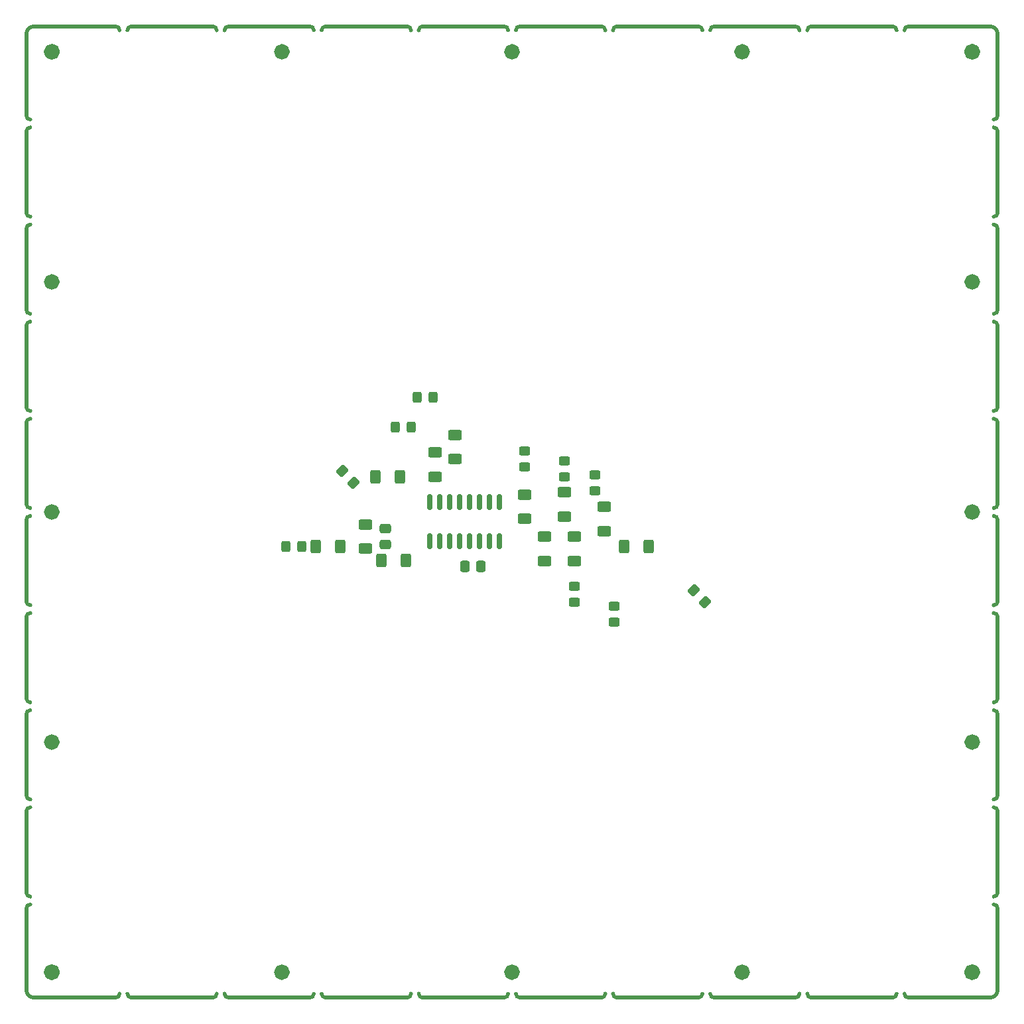
<source format=gtp>
G04 #@! TF.GenerationSoftware,KiCad,Pcbnew,8.0.6+1*
G04 #@! TF.CreationDate,2024-12-11T00:24:30+00:00*
G04 #@! TF.ProjectId,stencil,7374656e-6369-46c2-9e6b-696361645f70,rev?*
G04 #@! TF.SameCoordinates,Original*
G04 #@! TF.FileFunction,Paste,Top*
G04 #@! TF.FilePolarity,Positive*
%FSLAX46Y46*%
G04 Gerber Fmt 4.6, Leading zero omitted, Abs format (unit mm)*
G04 Created by KiCad (PCBNEW 8.0.6+1) date 2024-12-11 00:24:30*
%MOMM*%
%LPD*%
G01*
G04 APERTURE LIST*
G04 Aperture macros list*
%AMRoundRect*
0 Rectangle with rounded corners*
0 $1 Rounding radius*
0 $2 $3 $4 $5 $6 $7 $8 $9 X,Y pos of 4 corners*
0 Add a 4 corners polygon primitive as box body*
4,1,4,$2,$3,$4,$5,$6,$7,$8,$9,$2,$3,0*
0 Add four circle primitives for the rounded corners*
1,1,$1+$1,$2,$3*
1,1,$1+$1,$4,$5*
1,1,$1+$1,$6,$7*
1,1,$1+$1,$8,$9*
0 Add four rect primitives between the rounded corners*
20,1,$1+$1,$2,$3,$4,$5,0*
20,1,$1+$1,$4,$5,$6,$7,0*
20,1,$1+$1,$6,$7,$8,$9,0*
20,1,$1+$1,$8,$9,$2,$3,0*%
G04 Aperture macros list end*
%ADD10C,0.500000*%
%ADD11C,1.000000*%
%ADD12C,1.050000*%
%ADD13RoundRect,0.250000X0.625000X-0.400000X0.625000X0.400000X-0.625000X0.400000X-0.625000X-0.400000X0*%
%ADD14RoundRect,0.250000X0.400000X0.625000X-0.400000X0.625000X-0.400000X-0.625000X0.400000X-0.625000X0*%
%ADD15RoundRect,0.250000X0.475000X-0.337500X0.475000X0.337500X-0.475000X0.337500X-0.475000X-0.337500X0*%
%ADD16RoundRect,0.250000X0.548008X0.088388X0.088388X0.548008X-0.548008X-0.088388X-0.088388X-0.548008X0*%
%ADD17RoundRect,0.250000X-0.450000X0.325000X-0.450000X-0.325000X0.450000X-0.325000X0.450000X0.325000X0*%
%ADD18RoundRect,0.250000X-0.325000X-0.450000X0.325000X-0.450000X0.325000X0.450000X-0.325000X0.450000X0*%
%ADD19RoundRect,0.250000X-0.625000X0.400000X-0.625000X-0.400000X0.625000X-0.400000X0.625000X0.400000X0*%
%ADD20RoundRect,0.250000X-0.400000X-0.625000X0.400000X-0.625000X0.400000X0.625000X-0.400000X0.625000X0*%
%ADD21RoundRect,0.250000X0.337500X0.475000X-0.337500X0.475000X-0.337500X-0.475000X0.337500X-0.475000X0*%
%ADD22RoundRect,0.150000X-0.150000X0.825000X-0.150000X-0.825000X0.150000X-0.825000X0.150000X0.825000X0*%
%ADD23RoundRect,0.250000X-0.548008X-0.088388X-0.088388X-0.548008X0.548008X0.088388X0.088388X0.548008X0*%
%ADD24RoundRect,0.250000X0.325000X0.450000X-0.325000X0.450000X-0.325000X-0.450000X0.325000X-0.450000X0*%
G04 APERTURE END LIST*
D10*
X120144332Y-38239896D02*
G75*
G02*
X120644332Y-37739932I499968J-4D01*
G01*
X82444332Y-75939896D02*
G75*
G02*
X82944332Y-75439932I499968J-4D01*
G01*
X170244332Y-161739896D02*
G75*
G02*
X169744304Y-161239896I-32J499996D01*
G01*
X82444332Y-88339896D02*
G75*
G02*
X82944332Y-87839932I499968J-4D01*
G01*
D11*
X144944332Y-158489896D02*
G75*
G02*
X143944332Y-158489896I-500000J0D01*
G01*
X143944332Y-158489896D02*
G75*
G02*
X144944332Y-158489896I500000J0D01*
G01*
D10*
X206444332Y-38739896D02*
X206444332Y-49139896D01*
X133044332Y-37739896D02*
X143444332Y-37739896D01*
X107744332Y-38239896D02*
G75*
G02*
X108244332Y-37739932I499968J-4D01*
G01*
X205944332Y-149839896D02*
G75*
G02*
X206444304Y-150339896I-32J-500004D01*
G01*
X143444332Y-37739896D02*
G75*
G02*
X143944304Y-38239896I-32J-500004D01*
G01*
X182644332Y-37739896D02*
X193044332Y-37739896D01*
X206444332Y-51139896D02*
X206444332Y-61539896D01*
X82444332Y-150339896D02*
G75*
G02*
X82944332Y-149839932I499968J-4D01*
G01*
X157344332Y-38239896D02*
G75*
G02*
X157844332Y-37739932I499968J-4D01*
G01*
X82444332Y-63539896D02*
G75*
G02*
X82944332Y-63039932I499968J-4D01*
G01*
X206444332Y-160739896D02*
G75*
G02*
X205444332Y-161739932I-1000032J-4D01*
G01*
X205944332Y-63039896D02*
G75*
G02*
X206444304Y-63539896I-32J-500004D01*
G01*
X205944332Y-100239896D02*
G75*
G02*
X206444304Y-100739896I-32J-500004D01*
G01*
X82444332Y-137939896D02*
G75*
G02*
X82944332Y-137439932I499968J-4D01*
G01*
X155844332Y-37739896D02*
G75*
G02*
X156344304Y-38239896I-32J-500004D01*
G01*
X156344332Y-161239896D02*
G75*
G02*
X155844332Y-161739932I-500032J-4D01*
G01*
X94344332Y-161239896D02*
G75*
G02*
X93844332Y-161739932I-500032J-4D01*
G01*
X206444332Y-100739896D02*
X206444332Y-111139896D01*
X120644332Y-161739896D02*
X131044332Y-161739896D01*
X195044332Y-161739896D02*
G75*
G02*
X194544304Y-161239896I-32J499996D01*
G01*
X205944332Y-50639896D02*
G75*
G02*
X206444304Y-51139896I-32J-500004D01*
G01*
X108244332Y-37739896D02*
X118644332Y-37739896D01*
X205944332Y-125039896D02*
G75*
G02*
X206444304Y-125539896I-32J-500004D01*
G01*
D11*
X174319332Y-158489896D02*
G75*
G02*
X173319332Y-158489896I-500000J0D01*
G01*
X173319332Y-158489896D02*
G75*
G02*
X174319332Y-158489896I500000J0D01*
G01*
D10*
X195044332Y-161739896D02*
X205444332Y-161739896D01*
X194544332Y-38239896D02*
G75*
G02*
X195044332Y-37739932I499968J-4D01*
G01*
X95844332Y-161739896D02*
X106244332Y-161739896D01*
X82944332Y-99239896D02*
G75*
G02*
X82444304Y-98739896I-32J499996D01*
G01*
X82444332Y-51139896D02*
G75*
G02*
X82944332Y-50639932I499968J-4D01*
G01*
X182144332Y-38239896D02*
G75*
G02*
X182644332Y-37739932I499968J-4D01*
G01*
X205944332Y-112639896D02*
G75*
G02*
X206444304Y-113139896I-32J-500004D01*
G01*
X157844332Y-161739896D02*
G75*
G02*
X157344304Y-161239896I-32J499996D01*
G01*
D11*
X115569332Y-40989896D02*
G75*
G02*
X114569332Y-40989896I-500000J0D01*
G01*
X114569332Y-40989896D02*
G75*
G02*
X115569332Y-40989896I500000J0D01*
G01*
D12*
X203719332Y-40989896D02*
G75*
G02*
X202669332Y-40989896I-525000J0D01*
G01*
X202669332Y-40989896D02*
G75*
G02*
X203719332Y-40989896I525000J0D01*
G01*
D10*
X145444332Y-161739896D02*
G75*
G02*
X144944304Y-161239896I-32J499996D01*
G01*
X95844332Y-161739896D02*
G75*
G02*
X95344304Y-161239896I-32J499996D01*
G01*
X195044332Y-37739896D02*
X205444332Y-37739896D01*
X170244332Y-37739896D02*
X180644332Y-37739896D01*
X108244332Y-161739896D02*
X118644332Y-161739896D01*
X133044332Y-161739896D02*
X143444332Y-161739896D01*
X206444332Y-148339896D02*
G75*
G02*
X205944332Y-148839932I-500032J-4D01*
G01*
X181144332Y-161239896D02*
G75*
G02*
X180644332Y-161739932I-500032J-4D01*
G01*
X82944332Y-86839896D02*
G75*
G02*
X82444304Y-86339896I-32J499996D01*
G01*
X82944332Y-111639896D02*
G75*
G02*
X82444304Y-111139896I-32J499996D01*
G01*
X205944332Y-75439896D02*
G75*
G02*
X206444304Y-75939896I-32J-500004D01*
G01*
X118644332Y-37739896D02*
G75*
G02*
X119144304Y-38239896I-32J-500004D01*
G01*
X206444332Y-150339896D02*
X206444332Y-160739896D01*
X82444332Y-75939896D02*
X82444332Y-86339896D01*
X83444332Y-161739896D02*
X93844332Y-161739896D01*
X82444332Y-63539896D02*
X82444332Y-73939896D01*
D11*
X115569332Y-158489896D02*
G75*
G02*
X114569332Y-158489896I-500000J0D01*
G01*
X114569332Y-158489896D02*
G75*
G02*
X115569332Y-158489896I500000J0D01*
G01*
D10*
X170244332Y-161739896D02*
X180644332Y-161739896D01*
X205944332Y-137439896D02*
G75*
G02*
X206444304Y-137939896I-32J-500004D01*
G01*
X83444332Y-161739896D02*
G75*
G02*
X82444304Y-160739896I-32J999996D01*
G01*
X168744332Y-161239896D02*
G75*
G02*
X168244332Y-161739932I-500032J-4D01*
G01*
X206444332Y-73939896D02*
G75*
G02*
X205944332Y-74439932I-500032J-4D01*
G01*
X82944332Y-62039896D02*
G75*
G02*
X82444304Y-61539896I-32J499996D01*
G01*
D11*
X203694332Y-70364896D02*
G75*
G02*
X202694332Y-70364896I-500000J0D01*
G01*
X202694332Y-70364896D02*
G75*
G02*
X203694332Y-70364896I500000J0D01*
G01*
D10*
X193544332Y-161239896D02*
G75*
G02*
X193044332Y-161739932I-500032J-4D01*
G01*
X145444332Y-37739896D02*
X155844332Y-37739896D01*
X82444332Y-113139896D02*
G75*
G02*
X82944332Y-112639932I499968J-4D01*
G01*
D11*
X144944332Y-40989896D02*
G75*
G02*
X143944332Y-40989896I-500000J0D01*
G01*
X143944332Y-40989896D02*
G75*
G02*
X144944332Y-40989896I500000J0D01*
G01*
D10*
X82444332Y-150339896D02*
X82444332Y-160739896D01*
X82444332Y-38739896D02*
X82444332Y-49139896D01*
X206444332Y-125539896D02*
X206444332Y-135939896D01*
X82444332Y-38739896D02*
G75*
G02*
X83444332Y-37739932I999968J-4D01*
G01*
D11*
X203694332Y-99739896D02*
G75*
G02*
X202694332Y-99739896I-500000J0D01*
G01*
X202694332Y-99739896D02*
G75*
G02*
X203694332Y-99739896I500000J0D01*
G01*
D10*
X157844332Y-161739896D02*
X168244332Y-161739896D01*
D11*
X86194332Y-70364896D02*
G75*
G02*
X85194332Y-70364896I-500000J0D01*
G01*
X85194332Y-70364896D02*
G75*
G02*
X86194332Y-70364896I500000J0D01*
G01*
D10*
X206444332Y-75939896D02*
X206444332Y-86339896D01*
X131044332Y-37739896D02*
G75*
G02*
X131544304Y-38239896I-32J-500004D01*
G01*
X120644332Y-161739896D02*
G75*
G02*
X120144304Y-161239896I-32J499996D01*
G01*
X169744332Y-38239896D02*
G75*
G02*
X170244332Y-37739932I499968J-4D01*
G01*
X182644332Y-161739896D02*
X193044332Y-161739896D01*
X82444332Y-125539896D02*
G75*
G02*
X82944332Y-125039932I499968J-4D01*
G01*
X83444332Y-37739896D02*
X93844332Y-37739896D01*
X106744332Y-161239896D02*
G75*
G02*
X106244332Y-161739932I-500032J-4D01*
G01*
X95844332Y-37739896D02*
X106244332Y-37739896D01*
X82944332Y-124039896D02*
G75*
G02*
X82444304Y-123539896I-32J499996D01*
G01*
X131544332Y-161239896D02*
G75*
G02*
X131044332Y-161739932I-500032J-4D01*
G01*
X206444332Y-113139896D02*
X206444332Y-123539896D01*
X82944332Y-74439896D02*
G75*
G02*
X82444304Y-73939896I-32J499996D01*
G01*
X205444332Y-37739896D02*
G75*
G02*
X206444304Y-38739896I-32J-1000004D01*
G01*
X82444332Y-51139896D02*
X82444332Y-61539896D01*
X82444332Y-137939896D02*
X82444332Y-148339896D01*
X82444332Y-88339896D02*
X82444332Y-98739896D01*
X106244332Y-37739896D02*
G75*
G02*
X106744304Y-38239896I-32J-500004D01*
G01*
X119144332Y-161239896D02*
G75*
G02*
X118644332Y-161739932I-500032J-4D01*
G01*
X82944332Y-148839896D02*
G75*
G02*
X82444304Y-148339896I-32J499996D01*
G01*
X145444332Y-161739896D02*
X155844332Y-161739896D01*
X206444332Y-88339896D02*
X206444332Y-98739896D01*
X82444332Y-125539896D02*
X82444332Y-135939896D01*
X82944332Y-136439896D02*
G75*
G02*
X82444304Y-135939896I-32J499996D01*
G01*
X82444332Y-100739896D02*
X82444332Y-111139896D01*
X206444332Y-98739896D02*
G75*
G02*
X205944332Y-99239932I-500032J-4D01*
G01*
X206444332Y-49139896D02*
G75*
G02*
X205944332Y-49639932I-500032J-4D01*
G01*
X206444332Y-86339896D02*
G75*
G02*
X205944332Y-86839932I-500032J-4D01*
G01*
D12*
X86219332Y-158489896D02*
G75*
G02*
X85169332Y-158489896I-525000J0D01*
G01*
X85169332Y-158489896D02*
G75*
G02*
X86219332Y-158489896I525000J0D01*
G01*
D10*
X120644332Y-37739896D02*
X131044332Y-37739896D01*
X93844332Y-37739896D02*
G75*
G02*
X94344304Y-38239896I-32J-500004D01*
G01*
X206444332Y-123539896D02*
G75*
G02*
X205944332Y-124039932I-500032J-4D01*
G01*
D11*
X203694332Y-129114896D02*
G75*
G02*
X202694332Y-129114896I-500000J0D01*
G01*
X202694332Y-129114896D02*
G75*
G02*
X203694332Y-129114896I500000J0D01*
G01*
X174319332Y-40989896D02*
G75*
G02*
X173319332Y-40989896I-500000J0D01*
G01*
X173319332Y-40989896D02*
G75*
G02*
X174319332Y-40989896I500000J0D01*
G01*
D10*
X82444332Y-113139896D02*
X82444332Y-123539896D01*
X144944332Y-38239896D02*
G75*
G02*
X145444332Y-37739932I499968J-4D01*
G01*
X206444332Y-111139896D02*
G75*
G02*
X205944332Y-111639932I-500032J-4D01*
G01*
D11*
X86194332Y-129114896D02*
G75*
G02*
X85194332Y-129114896I-500000J0D01*
G01*
X85194332Y-129114896D02*
G75*
G02*
X86194332Y-129114896I500000J0D01*
G01*
D10*
X206444332Y-63539896D02*
X206444332Y-73939896D01*
X108244332Y-161739896D02*
G75*
G02*
X107744304Y-161239896I-32J499996D01*
G01*
X205944332Y-87839896D02*
G75*
G02*
X206444304Y-88339896I-32J-500004D01*
G01*
D12*
X203719332Y-158489896D02*
G75*
G02*
X202669332Y-158489896I-525000J0D01*
G01*
X202669332Y-158489896D02*
G75*
G02*
X203719332Y-158489896I525000J0D01*
G01*
D10*
X143944332Y-161239896D02*
G75*
G02*
X143444332Y-161739932I-500032J-4D01*
G01*
X206444332Y-61539896D02*
G75*
G02*
X205944332Y-62039932I-500032J-4D01*
G01*
X95344332Y-38239896D02*
G75*
G02*
X95844332Y-37739932I499968J-4D01*
G01*
X157844332Y-37739896D02*
X168244332Y-37739896D01*
X193044332Y-37739896D02*
G75*
G02*
X193544304Y-38239896I-32J-500004D01*
G01*
X206444332Y-137939896D02*
X206444332Y-148339896D01*
D11*
X86194332Y-99739896D02*
G75*
G02*
X85194332Y-99739896I-500000J0D01*
G01*
X85194332Y-99739896D02*
G75*
G02*
X86194332Y-99739896I500000J0D01*
G01*
D10*
X206444332Y-135939896D02*
G75*
G02*
X205944332Y-136439932I-500032J-4D01*
G01*
X168244332Y-37739896D02*
G75*
G02*
X168744304Y-38239896I-32J-500004D01*
G01*
X82944332Y-49639896D02*
G75*
G02*
X82444304Y-49139896I-32J499996D01*
G01*
X182644332Y-161739896D02*
G75*
G02*
X182144304Y-161239896I-32J499996D01*
G01*
D12*
X86219332Y-40989896D02*
G75*
G02*
X85169332Y-40989896I-525000J0D01*
G01*
X85169332Y-40989896D02*
G75*
G02*
X86219332Y-40989896I525000J0D01*
G01*
D10*
X133044332Y-161739896D02*
G75*
G02*
X132544304Y-161239896I-32J499996D01*
G01*
X132544332Y-38239896D02*
G75*
G02*
X133044332Y-37739932I499968J-4D01*
G01*
X180644332Y-37739896D02*
G75*
G02*
X181144304Y-38239896I-32J-500004D01*
G01*
X82444332Y-100739896D02*
G75*
G02*
X82944332Y-100239932I499968J-4D01*
G01*
D13*
G04 #@! TO.C,R12*
X125730000Y-104420000D03*
X125730000Y-101320000D03*
G04 #@! TD*
D14*
G04 #@! TO.C,R4*
X130100000Y-95250000D03*
X127000000Y-95250000D03*
G04 #@! TD*
D13*
G04 #@! TO.C,R7*
X137160000Y-92990000D03*
X137160000Y-89890000D03*
G04 #@! TD*
D15*
G04 #@! TO.C,C1*
X128270000Y-103907500D03*
X128270000Y-101832500D03*
G04 #@! TD*
D16*
G04 #@! TO.C,D4*
X124194784Y-95974784D03*
X122745216Y-94525216D03*
G04 #@! TD*
D17*
G04 #@! TO.C,D9*
X146050000Y-91930000D03*
X146050000Y-93980000D03*
G04 #@! TD*
D18*
G04 #@! TO.C,D7*
X132325000Y-85090000D03*
X134375000Y-85090000D03*
G04 #@! TD*
D13*
G04 #@! TO.C,R6*
X134620000Y-95250000D03*
X134620000Y-92150000D03*
G04 #@! TD*
D17*
G04 #@! TO.C,D10*
X151130000Y-93200000D03*
X151130000Y-95250000D03*
G04 #@! TD*
D19*
G04 #@! TO.C,R1*
X152400000Y-102870000D03*
X152400000Y-105970000D03*
G04 #@! TD*
D13*
G04 #@! TO.C,R9*
X146050000Y-100610000D03*
X146050000Y-97510000D03*
G04 #@! TD*
D17*
G04 #@! TO.C,D1*
X157480000Y-111760000D03*
X157480000Y-113810000D03*
G04 #@! TD*
D20*
G04 #@! TO.C,R11*
X127757841Y-105912863D03*
X130857841Y-105912863D03*
G04 #@! TD*
D17*
G04 #@! TO.C,D8*
X155000000Y-94975000D03*
X155000000Y-97025000D03*
G04 #@! TD*
D19*
G04 #@! TO.C,R2*
X148590000Y-102870000D03*
X148590000Y-105970000D03*
G04 #@! TD*
D17*
G04 #@! TO.C,D2*
X152400000Y-109220000D03*
X152400000Y-111270000D03*
G04 #@! TD*
D21*
G04 #@! TO.C,C2*
X140505000Y-106680000D03*
X138430000Y-106680000D03*
G04 #@! TD*
D20*
G04 #@! TO.C,R3*
X158750000Y-104140000D03*
X161850000Y-104140000D03*
G04 #@! TD*
D13*
G04 #@! TO.C,R10*
X151130000Y-100330000D03*
X151130000Y-97230000D03*
G04 #@! TD*
D18*
G04 #@! TO.C,D6*
X129540000Y-88900000D03*
X131590000Y-88900000D03*
G04 #@! TD*
D22*
G04 #@! TO.C,IC1*
X142875000Y-98490000D03*
X141605000Y-98490000D03*
X140335000Y-98490000D03*
X139065000Y-98490000D03*
X137795000Y-98490000D03*
X136525000Y-98490000D03*
X135255000Y-98490000D03*
X133985000Y-98490000D03*
X133985000Y-103440000D03*
X135255000Y-103440000D03*
X136525000Y-103440000D03*
X137795000Y-103440000D03*
X139065000Y-103440000D03*
X140335000Y-103440000D03*
X141605000Y-103440000D03*
X142875000Y-103440000D03*
G04 #@! TD*
D14*
G04 #@! TO.C,R5*
X122480000Y-104140000D03*
X119380000Y-104140000D03*
G04 #@! TD*
D13*
G04 #@! TO.C,R8*
X156210000Y-102160000D03*
X156210000Y-99060000D03*
G04 #@! TD*
D23*
G04 #@! TO.C,D3*
X167640000Y-109765216D03*
X169089568Y-111214784D03*
G04 #@! TD*
D24*
G04 #@! TO.C,D5*
X117620000Y-104140000D03*
X115570000Y-104140000D03*
G04 #@! TD*
M02*

</source>
